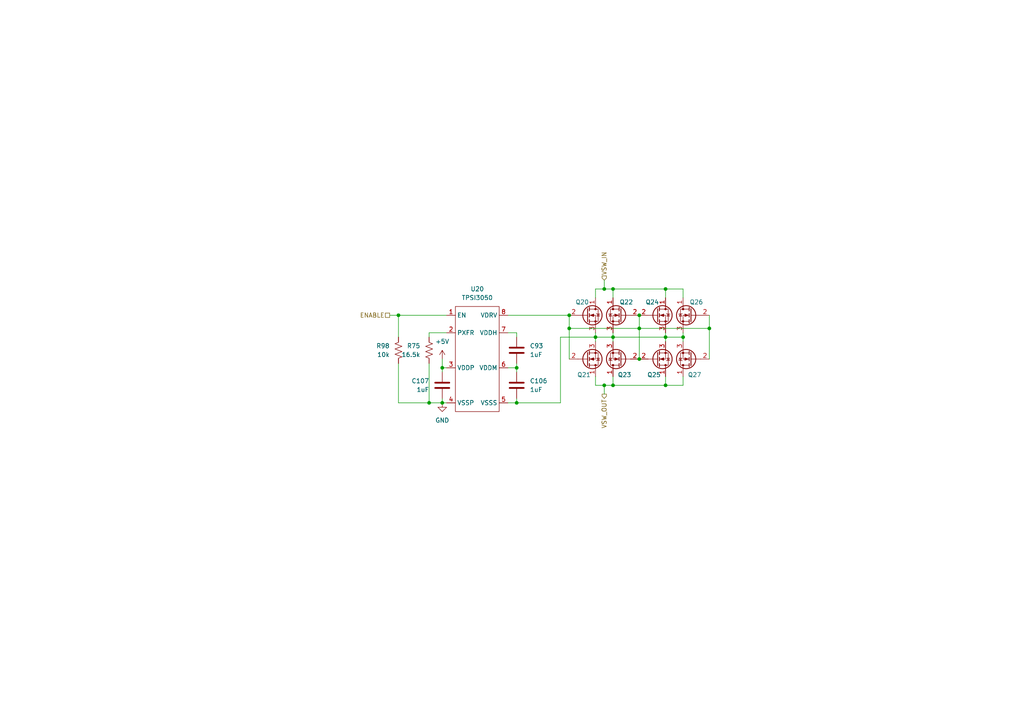
<source format=kicad_sch>
(kicad_sch (version 20231120) (generator "eeschema") (generator_version "8.0")
  (paper "A4")
  (lib_symbols
    (symbol "Device:C" (pin_numbers hide) (pin_names (offset 0.254))
      (property "Reference" "C" (at 0.635 2.54 0))
      (property "Value" "C" (at 0.635 -2.54 0))
      (symbol "C_0_1"
        (polyline (pts (xy -2.032 -0.762) (xy 2.032 -0.762)) (stroke (width 0.508)))
        (polyline (pts (xy -2.032 0.762) (xy 2.032 0.762)) (stroke (width 0.508)))
      )
      (symbol "C_1_1"
        (pin passive line (at 0 3.81 270) (length 2.794) (name "~") (number "1"))
        (pin passive line (at 0 -3.81 90) (length 2.794) (name "~") (number "2"))
      )
    )
    (symbol "Device:R_US" (pin_numbers hide) (pin_names (offset 0))
      (property "Reference" "R" (at 2.54 0 90))
      (property "Value" "R_US" (at -2.54 0 90))
      (symbol "R_US_0_1"
        (polyline (pts (xy 0 -2.286) (xy 0 -2.54)))
        (polyline (pts (xy 0 2.286) (xy 0 2.54)))
        (polyline (pts (xy 0 -0.762) (xy 1.016 -1.143) (xy 0 -1.524) (xy -1.016 -1.905) (xy 0 -2.286)))
        (polyline (pts (xy 0 0.762) (xy 1.016 0.381) (xy 0 0) (xy -1.016 -0.381) (xy 0 -0.762)))
        (polyline (pts (xy 0 2.286) (xy 1.016 1.905) (xy 0 1.524) (xy -1.016 1.143) (xy 0 0.762)))
      )
      (symbol "R_US_1_1"
        (pin passive line (at 0 3.81 270) (length 1.27) (name "~") (number "1"))
        (pin passive line (at 0 -3.81 90) (length 1.27) (name "~") (number "2"))
      )
    )
    (symbol "GateDrivers:TPSI3050"
      (property "Reference" "U?" (at -6.35 17.018 0))
      (property "Value" "TPSI3050" (at 0.254 16.256 0))
      (symbol "TPSI3050_0_1"
        (rectangle (start -6.35 15.24) (end 6.35 -15.24))
      )
      (symbol "TPSI3050_1_1"
        (pin passive line (at -8.89 12.7 0) (length 2.54) (name "EN") (number "1"))
        (pin passive line (at -8.89 7.62 0) (length 2.54) (name "PXFR") (number "2"))
        (pin passive line (at -8.89 -2.54 0) (length 2.54) (name "VDDP") (number "3"))
        (pin passive line (at -8.89 -12.7 0) (length 2.54) (name "VSSP") (number "4"))
        (pin passive line (at 8.89 -12.7 180) (length 2.54) (name "VSSS") (number "5"))
        (pin passive line (at 8.89 -2.54 180) (length 2.54) (name "VDDM") (number "6"))
        (pin passive line (at 8.89 7.62 180) (length 2.54) (name "VDDH") (number "7"))
        (pin passive line (at 8.89 12.7 180) (length 2.54) (name "VDRV") (number "8"))
      )
    )
    (symbol "ProjectMosfets:MCAC80N10Y" (pin_names (offset 0) hide)
      (property "Reference" "Q" (at 5.08 1.27 0))
      (property "Value" "MCAC80N10Y" (at 5.08 -1.27 0))
      (symbol "MCAC80N10Y_0_1"
        (polyline (pts (xy 0.254 0) (xy -2.54 0)))
        (polyline (pts (xy 0.254 1.905) (xy 0.254 -1.905)) (stroke (width 0.254)))
        (polyline (pts (xy 0.762 -1.27) (xy 0.762 -2.286)) (stroke (width 0.254)))
        (polyline (pts (xy 0.762 0.508) (xy 0.762 -0.508)) (stroke (width 0.254)))
        (polyline (pts (xy 0.762 2.286) (xy 0.762 1.27)) (stroke (width 0.254)))
        (polyline (pts (xy 2.54 2.54) (xy 2.54 1.778)))
        (polyline (pts (xy 2.54 -2.54) (xy 2.54 0) (xy 0.762 0)))
        (polyline (pts (xy 0.762 -1.778) (xy 3.302 -1.778) (xy 3.302 1.778) (xy 0.762 1.778)))
        (polyline (pts (xy 1.016 0) (xy 2.032 0.381) (xy 2.032 -0.381) (xy 1.016 0)) (fill (type outline)))
        (polyline (pts (xy 2.794 0.508) (xy 2.921 0.381) (xy 3.683 0.381) (xy 3.81 0.254)))
        (polyline (pts (xy 3.302 0.381) (xy 2.921 -0.254) (xy 3.683 -0.254) (xy 3.302 0.381)))
        (circle (center 1.651 0) (radius 2.794) (stroke (width 0.254)))
        (circle (center 2.54 -1.778) (radius 0.254) (fill (type outline)))
        (circle (center 2.54 1.778) (radius 0.254) (fill (type outline)))
      )
      (symbol "MCAC80N10Y_1_1"
        (pin passive line (at 2.54 5.08 270) (length 2.54) (name "D") (number "1"))
        (pin input line (at -5.08 0 0) (length 2.54) (name "G") (number "2"))
        (pin passive line (at 2.54 -5.08 90) (length 2.54) (name "S") (number "3"))
      )
    )
    (symbol "power:+5V" (power) (pin_names (offset 0))
      (property "Value" "+5V" (at 0 3.556 0))
      (symbol "+5V_0_1"
        (polyline (pts (xy -0.762 1.27) (xy 0 2.54)))
        (polyline (pts (xy 0 0) (xy 0 2.54)))
        (polyline (pts (xy 0 2.54) (xy 0.762 1.27)))
      )
      (symbol "+5V_1_1"
        (pin power_in line (at 0 0 90) (length 0) hide (name "+5V") (number "1"))
      )
    )
    (symbol "power:GND" (power) (pin_names (offset 0))
      (property "Value" "GND" (at 0 -3.81 0))
      (symbol "GND_0_1"
        (polyline (pts (xy 0 0) (xy 0 -1.27) (xy 1.27 -1.27) (xy 0 -2.54) (xy -1.27 -1.27) (xy 0 -1.27)))
      )
      (symbol "GND_1_1"
        (pin power_in line (at 0 0 270) (length 0) hide (name "GND") (number "1"))
      )
    )
  )
  (junction (at 128.27 116.84))
  (junction (at 185.42 91.44))
  (junction (at 124.46 116.84))
  (junction (at 175.26 111.76))
  (junction (at 193.04 111.76))
  (junction (at 115.57 91.44))
  (junction (at 175.26 83.82))
  (junction (at 198.12 97.79))
  (junction (at 149.86 116.84))
  (junction (at 193.04 97.79))
  (junction (at 172.72 97.79))
  (junction (at 149.86 106.68))
  (junction (at 205.74 95.25))
  (junction (at 165.1 91.44))
  (junction (at 185.42 95.25))
  (junction (at 128.27 106.68))
  (junction (at 177.8 111.76))
  (junction (at 165.1 95.25))
  (junction (at 193.04 83.82))
  (junction (at 185.42 104.14))
  (junction (at 177.8 83.82))
  (junction (at 177.8 97.79))
  (wire (pts (xy 128.27 104.14) (xy 128.27 106.68)))
  (wire (pts (xy 175.26 81.28) (xy 175.26 83.82)))
  (wire (pts (xy 129.54 116.84) (xy 128.27 116.84)))
  (wire (pts (xy 198.12 109.22) (xy 198.12 111.76)))
  (wire (pts (xy 147.32 96.52) (xy 149.86 96.52)))
  (wire (pts (xy 185.42 91.44) (xy 185.42 95.25)))
  (wire (pts (xy 177.8 96.52) (xy 177.8 97.79)))
  (wire (pts (xy 165.1 95.25) (xy 185.42 95.25)))
  (wire (pts (xy 115.57 91.44) (xy 129.54 91.44)))
  (wire (pts (xy 198.12 83.82) (xy 193.04 83.82)))
  (wire (pts (xy 128.27 106.68) (xy 128.27 107.95)))
  (wire (pts (xy 124.46 97.79) (xy 124.46 96.52)))
  (wire (pts (xy 172.72 109.22) (xy 172.72 111.76)))
  (wire (pts (xy 113.03 91.44) (xy 115.57 91.44)))
  (wire (pts (xy 193.04 111.76) (xy 177.8 111.76)))
  (wire (pts (xy 193.04 97.79) (xy 193.04 99.06)))
  (wire (pts (xy 198.12 97.79) (xy 198.12 99.06)))
  (wire (pts (xy 162.56 116.84) (xy 162.56 97.79)))
  (wire (pts (xy 198.12 86.36) (xy 198.12 83.82)))
  (wire (pts (xy 124.46 96.52) (xy 129.54 96.52)))
  (wire (pts (xy 177.8 86.36) (xy 177.8 83.82)))
  (wire (pts (xy 193.04 96.52) (xy 193.04 97.79)))
  (wire (pts (xy 115.57 116.84) (xy 124.46 116.84)))
  (wire (pts (xy 205.74 91.44) (xy 205.74 95.25)))
  (wire (pts (xy 175.26 83.82) (xy 172.72 83.82)))
  (wire (pts (xy 115.57 97.79) (xy 115.57 91.44)))
  (wire (pts (xy 198.12 96.52) (xy 198.12 97.79)))
  (wire (pts (xy 172.72 111.76) (xy 175.26 111.76)))
  (wire (pts (xy 177.8 111.76) (xy 177.8 109.22)))
  (wire (pts (xy 193.04 86.36) (xy 193.04 83.82)))
  (wire (pts (xy 149.86 116.84) (xy 149.86 115.57)))
  (wire (pts (xy 172.72 86.36) (xy 172.72 83.82)))
  (wire (pts (xy 193.04 83.82) (xy 177.8 83.82)))
  (wire (pts (xy 175.26 111.76) (xy 175.26 114.3)))
  (wire (pts (xy 175.26 111.76) (xy 177.8 111.76)))
  (wire (pts (xy 128.27 116.84) (xy 128.27 115.57)))
  (wire (pts (xy 149.86 116.84) (xy 162.56 116.84)))
  (wire (pts (xy 129.54 106.68) (xy 128.27 106.68)))
  (wire (pts (xy 147.32 116.84) (xy 149.86 116.84)))
  (wire (pts (xy 147.32 106.68) (xy 149.86 106.68)))
  (wire (pts (xy 165.1 95.25) (xy 165.1 104.14)))
  (wire (pts (xy 124.46 116.84) (xy 128.27 116.84)))
  (wire (pts (xy 149.86 96.52) (xy 149.86 97.79)))
  (wire (pts (xy 147.32 91.44) (xy 165.1 91.44)))
  (wire (pts (xy 115.57 105.41) (xy 115.57 116.84)))
  (wire (pts (xy 193.04 109.22) (xy 193.04 111.76)))
  (wire (pts (xy 185.42 95.25) (xy 205.74 95.25)))
  (wire (pts (xy 162.56 97.79) (xy 172.72 97.79)))
  (wire (pts (xy 177.8 83.82) (xy 175.26 83.82)))
  (wire (pts (xy 185.42 95.25) (xy 185.42 104.14)))
  (wire (pts (xy 177.8 97.79) (xy 193.04 97.79)))
  (wire (pts (xy 149.86 106.68) (xy 149.86 107.95)))
  (wire (pts (xy 124.46 105.41) (xy 124.46 116.84)))
  (wire (pts (xy 165.1 91.44) (xy 165.1 95.25)))
  (wire (pts (xy 177.8 97.79) (xy 172.72 97.79)))
  (wire (pts (xy 205.74 95.25) (xy 205.74 104.14)))
  (wire (pts (xy 177.8 97.79) (xy 177.8 99.06)))
  (wire (pts (xy 172.72 96.52) (xy 172.72 97.79)))
  (wire (pts (xy 193.04 97.79) (xy 198.12 97.79)))
  (wire (pts (xy 198.12 111.76) (xy 193.04 111.76)))
  (wire (pts (xy 172.72 97.79) (xy 172.72 99.06)))
  (wire (pts (xy 149.86 106.68) (xy 149.86 105.41)))
  (hierarchical_label "ENABLE" (shape passive) (at 113.03 91.44 180))
  (hierarchical_label "VSW_IN" (shape input) (at 175.26 81.28 90))
  (hierarchical_label "VSW_OUT" (shape output) (at 175.26 114.3 270))
  (symbol (lib_id "power:GND") (at 128.27 116.84 0) (unit 1)
    (property "Reference" "#PWR065" (effects (hide yes)))
    (property "Value" "GND" (at 128.27 121.92 0))
    (property "Description" "Power symbol creates a global label with name \"GND\" , ground" (effects (hide yes)))
  )
  (symbol (lib_id "ProjectMosfets:MCAC80N10Y") (at 170.18 104.14 0) (mirror x) (unit 1)
    (property "Reference" "Q21" (at 167.386 108.712 0) (effects (justify left)))
    (property "Value" "HYG053N10NS1C2" (effects (hide yes)))
    (property "Footprint" "Mosfets:TRANS_BSC076N06NS3-G" (effects (hide yes)))
    (property "Datasheet" "https://www.lcsc.com/datasheet/lcsc_datasheet_2410121248_HUAYI-HYG053N10NS1C2_C2986239.pdf" (effects (hide yes)))
    (property "Description" "N-MOSFET transistor, drain/gate/source" (effects (hide yes)))
    (property "Digikey" "N/A" (effects (hide yes)))
    (property "LCSC" "C2986239" (effects (hide yes)))
  )
  (symbol (lib_id "Device:C") (at 149.86 101.6 0) (unit 1)
    (property "Reference" "C93" (at 153.67 100.3299 0) (effects (justify left)))
    (property "Value" "1uF" (at 153.67 102.8699 0) (effects (justify left)))
    (property "Footprint" "Capacitor_SMD:C_0603_1608Metric" (effects (hide yes)))
    (property "Description" "Unpolarized capacitor" (effects (hide yes)))
    (property "LCSC" "C15849" (effects (hide yes)))
  )
  (symbol (lib_id "ProjectMosfets:MCAC80N10Y") (at 180.34 91.44 0) (mirror y) (unit 1)
    (property "Reference" "Q22" (at 183.642 87.63 0) (effects (justify left)))
    (property "Value" "HYG053N10NS1C2" (effects (hide yes)))
    (property "Footprint" "Mosfets:TRANS_BSC076N06NS3-G" (effects (hide yes)))
    (property "Datasheet" "https://www.lcsc.com/datasheet/lcsc_datasheet_2410121248_HUAYI-HYG053N10NS1C2_C2986239.pdf" (effects (hide yes)))
    (property "Description" "N-MOSFET transistor, drain/gate/source" (effects (hide yes)))
    (property "Digikey" "N/A" (effects (hide yes)))
    (property "LCSC" "C2986239" (effects (hide yes)))
  )
  (symbol (lib_id "ProjectMosfets:MCAC80N10Y") (at 200.66 91.44 0) (mirror y) (unit 1)
    (property "Reference" "Q26" (at 203.962 87.63 0) (effects (justify left)))
    (property "Value" "HYG053N10NS1C2" (effects (hide yes)))
    (property "Footprint" "Mosfets:TRANS_BSC076N06NS3-G" (effects (hide yes)))
    (property "Datasheet" "https://www.lcsc.com/datasheet/lcsc_datasheet_2410121248_HUAYI-HYG053N10NS1C2_C2986239.pdf" (effects (hide yes)))
    (property "Description" "N-MOSFET transistor, drain/gate/source" (effects (hide yes)))
    (property "Digikey" "N/A" (effects (hide yes)))
    (property "LCSC" "C2986239" (effects (hide yes)))
  )
  (symbol (lib_id "Device:C") (at 149.86 111.76 0) (unit 1)
    (property "Reference" "C106" (at 153.67 110.4899 0) (effects (justify left)))
    (property "Value" "1uF" (at 153.67 113.0299 0) (effects (justify left)))
    (property "Footprint" "Capacitor_SMD:C_0603_1608Metric" (effects (hide yes)))
    (property "Description" "Unpolarized capacitor" (effects (hide yes)))
    (property "LCSC" "C15849" (effects (hide yes)))
  )
  (symbol (lib_id "ProjectMosfets:MCAC80N10Y") (at 200.66 104.14 180) (unit 1)
    (property "Reference" "Q27" (at 203.454 108.712 0) (effects (justify left)))
    (property "Value" "HYG053N10NS1C2" (effects (hide yes)))
    (property "Footprint" "Mosfets:TRANS_BSC076N06NS3-G" (effects (hide yes)))
    (property "Datasheet" "https://www.lcsc.com/datasheet/lcsc_datasheet_2410121248_HUAYI-HYG053N10NS1C2_C2986239.pdf" (effects (hide yes)))
    (property "Description" "N-MOSFET transistor, drain/gate/source" (effects (hide yes)))
    (property "Digikey" "N/A" (effects (hide yes)))
    (property "LCSC" "C2986239" (effects (hide yes)))
  )
  (symbol (lib_id "ProjectMosfets:MCAC80N10Y") (at 190.5 91.44 0) (unit 1)
    (property "Reference" "Q24" (at 187.198 87.63 0) (effects (justify left)))
    (property "Value" "HYG053N10NS1C2" (effects (hide yes)))
    (property "Footprint" "Mosfets:TRANS_BSC076N06NS3-G" (effects (hide yes)))
    (property "Datasheet" "https://www.lcsc.com/datasheet/lcsc_datasheet_2410121248_HUAYI-HYG053N10NS1C2_C2986239.pdf" (effects (hide yes)))
    (property "Description" "N-MOSFET transistor, drain/gate/source" (effects (hide yes)))
    (property "Digikey" "N/A" (effects (hide yes)))
    (property "LCSC" "C2986239" (effects (hide yes)))
  )
  (symbol (lib_id "GateDrivers:TPSI3050") (at 138.43 104.14 0) (unit 1)
    (property "Reference" "U20" (at 138.43 83.82 0))
    (property "Value" "TPSI3050" (at 138.43 86.36 0))
    (property "Footprint" "Package_SO:SOIC-8_7.5x5.85mm_P1.27mm" (effects (hide yes)))
    (property "Datasheet" "https://www.ti.com/lit/ds/symlink/tpsi3050.pdf" (effects (hide yes)))
  )
  (symbol (lib_id "ProjectMosfets:MCAC80N10Y") (at 180.34 104.14 180) (unit 1)
    (property "Reference" "Q23" (at 183.134 108.712 0) (effects (justify left)))
    (property "Value" "HYG053N10NS1C2" (effects (hide yes)))
    (property "Footprint" "Mosfets:TRANS_BSC076N06NS3-G" (effects (hide yes)))
    (property "Datasheet" "https://www.lcsc.com/datasheet/lcsc_datasheet_2410121248_HUAYI-HYG053N10NS1C2_C2986239.pdf" (effects (hide yes)))
    (property "Description" "N-MOSFET transistor, drain/gate/source" (effects (hide yes)))
    (property "Digikey" "N/A" (effects (hide yes)))
    (property "LCSC" "C2986239" (effects (hide yes)))
  )
  (symbol (lib_id "Device:C") (at 128.27 111.76 0) (mirror y) (unit 1)
    (property "Reference" "C107" (at 124.46 110.4899 0) (effects (justify left)))
    (property "Value" "1uF" (at 124.46 113.0299 0) (effects (justify left)))
    (property "Footprint" "Capacitor_SMD:C_0603_1608Metric" (effects (hide yes)))
    (property "Description" "Unpolarized capacitor" (effects (hide yes)))
    (property "LCSC" "C15849" (effects (hide yes)))
  )
  (symbol (lib_id "ProjectMosfets:MCAC80N10Y") (at 170.18 91.44 0) (unit 1)
    (property "Reference" "Q20" (at 166.878 87.63 0) (effects (justify left)))
    (property "Value" "HYG053N10NS1C2" (effects (hide yes)))
    (property "Footprint" "Mosfets:TRANS_BSC076N06NS3-G" (effects (hide yes)))
    (property "Datasheet" "https://www.lcsc.com/datasheet/lcsc_datasheet_2410121248_HUAYI-HYG053N10NS1C2_C2986239.pdf" (effects (hide yes)))
    (property "Description" "N-MOSFET transistor, drain/gate/source" (effects (hide yes)))
    (property "Digikey" "N/A" (effects (hide yes)))
    (property "LCSC" "C2986239" (effects (hide yes)))
  )
  (symbol (lib_id "Device:R_US") (at 115.57 101.6 0) (mirror x) (unit 1)
    (property "Reference" "R98" (at 113.03 100.3299 0) (effects (justify right)))
    (property "Value" "10k" (at 113.03 102.8699 0) (effects (justify right)))
    (property "Footprint" "Resistor_SMD:R_0603_1608Metric" (effects (hide yes)))
    (property "Description" "Resistor, US symbol" (effects (hide yes)))
    (property "LCSC" "C25804" (effects (hide yes)))
    (property "Digikey" "N/A" (effects (hide yes)))
  )
  (symbol (lib_id "power:+5V") (at 128.27 104.14 0) (unit 1)
    (property "Reference" "#PWR062" (effects (hide yes)))
    (property "Value" "+5V" (at 128.27 99.06 0))
    (property "Description" "Power symbol creates a global label with name \"+5V\"" (effects (hide yes)))
  )
  (symbol (lib_id "ProjectMosfets:MCAC80N10Y") (at 190.5 104.14 0) (mirror x) (unit 1)
    (property "Reference" "Q25" (at 187.706 108.712 0) (effects (justify left)))
    (property "Value" "HYG053N10NS1C2" (effects (hide yes)))
    (property "Footprint" "Mosfets:TRANS_BSC076N06NS3-G" (effects (hide yes)))
    (property "Datasheet" "https://www.lcsc.com/datasheet/lcsc_datasheet_2410121248_HUAYI-HYG053N10NS1C2_C2986239.pdf" (effects (hide yes)))
    (property "Description" "N-MOSFET transistor, drain/gate/source" (effects (hide yes)))
    (property "Digikey" "N/A" (effects (hide yes)))
    (property "LCSC" "C2986239" (effects (hide yes)))
  )
  (symbol (lib_id "Device:R_US") (at 124.46 101.6 0) (unit 1)
    (property "Reference" "R75" (at 121.92 100.3299 0) (effects (justify right)))
    (property "Value" "16.5k" (at 121.92 102.8699 0) (effects (justify right)))
    (property "Footprint" "Resistor_SMD:R_0603_1608Metric" (effects (hide yes)))
    (property "Description" "Resistor, US symbol" (effects (hide yes)))
    (property "LCSC" "C2933155" (effects (hide yes)))
  )
)
</source>
